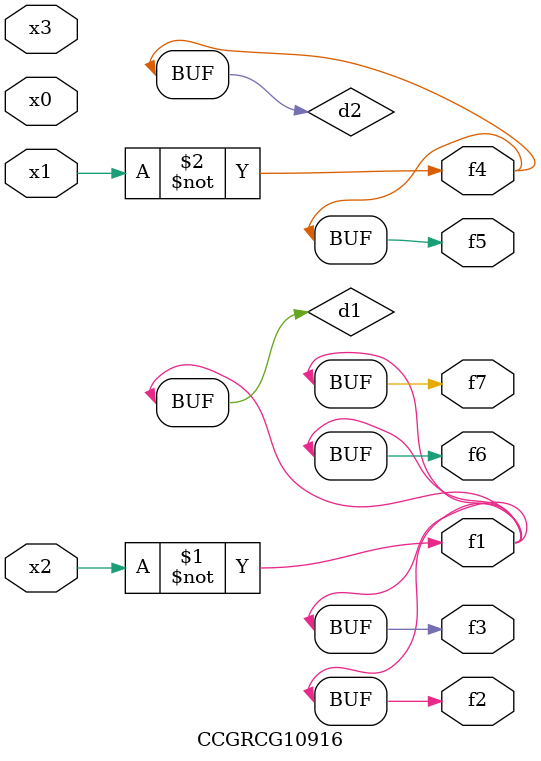
<source format=v>
module CCGRCG10916(
	input x0, x1, x2, x3,
	output f1, f2, f3, f4, f5, f6, f7
);

	wire d1, d2;

	xnor (d1, x2);
	not (d2, x1);
	assign f1 = d1;
	assign f2 = d1;
	assign f3 = d1;
	assign f4 = d2;
	assign f5 = d2;
	assign f6 = d1;
	assign f7 = d1;
endmodule

</source>
